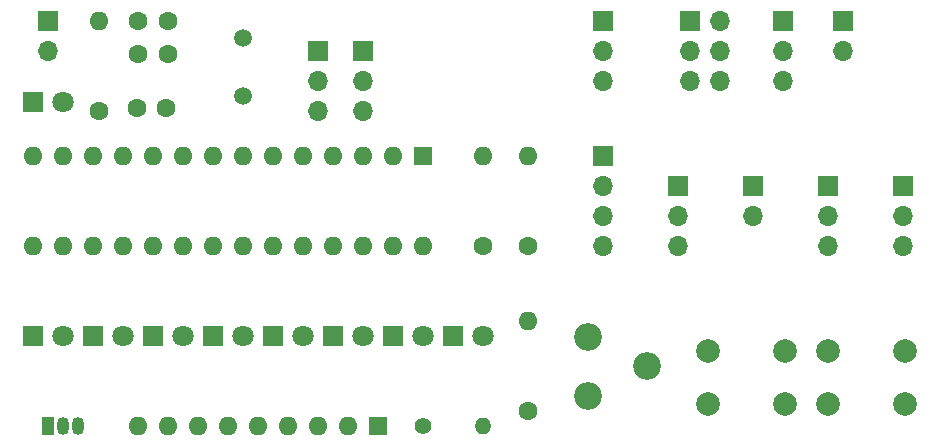
<source format=gts>
G04 #@! TF.GenerationSoftware,KiCad,Pcbnew,5.1.9-73d0e3b20d~88~ubuntu20.04.1*
G04 #@! TF.CreationDate,2021-01-03T21:21:44+01:00*
G04 #@! TF.ProjectId,test,74657374-2e6b-4696-9361-645f70636258,rev?*
G04 #@! TF.SameCoordinates,Original*
G04 #@! TF.FileFunction,Soldermask,Top*
G04 #@! TF.FilePolarity,Negative*
%FSLAX46Y46*%
G04 Gerber Fmt 4.6, Leading zero omitted, Abs format (unit mm)*
G04 Created by KiCad (PCBNEW 5.1.9-73d0e3b20d~88~ubuntu20.04.1) date 2021-01-03 21:21:44*
%MOMM*%
%LPD*%
G01*
G04 APERTURE LIST*
%ADD10O,1.700000X1.700000*%
%ADD11R,1.700000X1.700000*%
%ADD12O,1.400000X1.400000*%
%ADD13C,1.400000*%
%ADD14C,1.500000*%
%ADD15O,1.600000X1.600000*%
%ADD16R,1.600000X1.600000*%
%ADD17C,2.000000*%
%ADD18C,2.340000*%
%ADD19C,1.600000*%
%ADD20R,1.050000X1.500000*%
%ADD21O,1.050000X1.500000*%
%ADD22C,1.800000*%
%ADD23R,1.800000X1.800000*%
G04 APERTURE END LIST*
D10*
X149860000Y-86360000D03*
D11*
X149860000Y-83820000D03*
D10*
X142240000Y-100330000D03*
D11*
X142240000Y-97790000D03*
D10*
X139446000Y-88900000D03*
X136906000Y-88900000D03*
X139446000Y-86360000D03*
X136906000Y-86360000D03*
X139446000Y-83820000D03*
D11*
X136906000Y-83820000D03*
D12*
X119380000Y-118110000D03*
D13*
X114300000Y-118110000D03*
D14*
X99060000Y-85270000D03*
X99060000Y-90170000D03*
D15*
X114300000Y-102870000D03*
X81280000Y-95250000D03*
X111760000Y-102870000D03*
X83820000Y-95250000D03*
X109220000Y-102870000D03*
X86360000Y-95250000D03*
X106680000Y-102870000D03*
X88900000Y-95250000D03*
X104140000Y-102870000D03*
X91440000Y-95250000D03*
X101600000Y-102870000D03*
X93980000Y-95250000D03*
X99060000Y-102870000D03*
X96520000Y-95250000D03*
X96520000Y-102870000D03*
X99060000Y-95250000D03*
X93980000Y-102870000D03*
X101600000Y-95250000D03*
X91440000Y-102870000D03*
X104140000Y-95250000D03*
X88900000Y-102870000D03*
X106680000Y-95250000D03*
X86360000Y-102870000D03*
X109220000Y-95250000D03*
X83820000Y-102870000D03*
X111760000Y-95250000D03*
X81280000Y-102870000D03*
D16*
X114300000Y-95250000D03*
D17*
X155090000Y-111760000D03*
X155090000Y-116260000D03*
X148590000Y-111760000D03*
X148590000Y-116260000D03*
X144930000Y-111760000D03*
X144930000Y-116260000D03*
X138430000Y-111760000D03*
X138430000Y-116260000D03*
D18*
X128270000Y-115570000D03*
X133270000Y-113070000D03*
X128270000Y-110570000D03*
D15*
X90170000Y-118110000D03*
X92710000Y-118110000D03*
X95250000Y-118110000D03*
X97790000Y-118110000D03*
X100330000Y-118110000D03*
X102870000Y-118110000D03*
X105410000Y-118110000D03*
X107950000Y-118110000D03*
D16*
X110490000Y-118110000D03*
D15*
X119380000Y-95250000D03*
D19*
X119380000Y-102870000D03*
D15*
X123190000Y-95250000D03*
D19*
X123190000Y-102870000D03*
D15*
X123190000Y-109220000D03*
D19*
X123190000Y-116840000D03*
D15*
X86868000Y-83820000D03*
D19*
X86868000Y-91440000D03*
D20*
X82550000Y-118110000D03*
D21*
X85090000Y-118110000D03*
X83820000Y-118110000D03*
D10*
X154940000Y-102870000D03*
X154940000Y-100330000D03*
D11*
X154940000Y-97790000D03*
D10*
X148590000Y-102870000D03*
X148590000Y-100330000D03*
D11*
X148590000Y-97790000D03*
D10*
X109220000Y-91440000D03*
X109220000Y-88900000D03*
D11*
X109220000Y-86360000D03*
D10*
X135890000Y-102870000D03*
X135890000Y-100330000D03*
D11*
X135890000Y-97790000D03*
D10*
X105410000Y-91440000D03*
X105410000Y-88900000D03*
D11*
X105410000Y-86360000D03*
D10*
X129540000Y-102870000D03*
X129540000Y-100330000D03*
X129540000Y-97790000D03*
D11*
X129540000Y-95250000D03*
D10*
X144780000Y-88900000D03*
X144780000Y-86360000D03*
D11*
X144780000Y-83820000D03*
D10*
X82550000Y-86360000D03*
D11*
X82550000Y-83820000D03*
D10*
X129540000Y-88900000D03*
X129540000Y-86360000D03*
D11*
X129540000Y-83820000D03*
D22*
X83820000Y-110490000D03*
D23*
X81280000Y-110490000D03*
D22*
X88900000Y-110490000D03*
D23*
X86360000Y-110490000D03*
D22*
X93980000Y-110490000D03*
D23*
X91440000Y-110490000D03*
D22*
X99060000Y-110490000D03*
D23*
X96520000Y-110490000D03*
D22*
X104140000Y-110490000D03*
D23*
X101600000Y-110490000D03*
D22*
X109220000Y-110490000D03*
D23*
X106680000Y-110490000D03*
D22*
X114300000Y-110490000D03*
D23*
X111760000Y-110490000D03*
D22*
X119380000Y-110490000D03*
D23*
X116840000Y-110490000D03*
D22*
X83820000Y-90678000D03*
D23*
X81280000Y-90678000D03*
D19*
X90210000Y-83820000D03*
X92710000Y-83820000D03*
X90210000Y-86614000D03*
X92710000Y-86614000D03*
X90044900Y-91186000D03*
X92544900Y-91186000D03*
M02*

</source>
